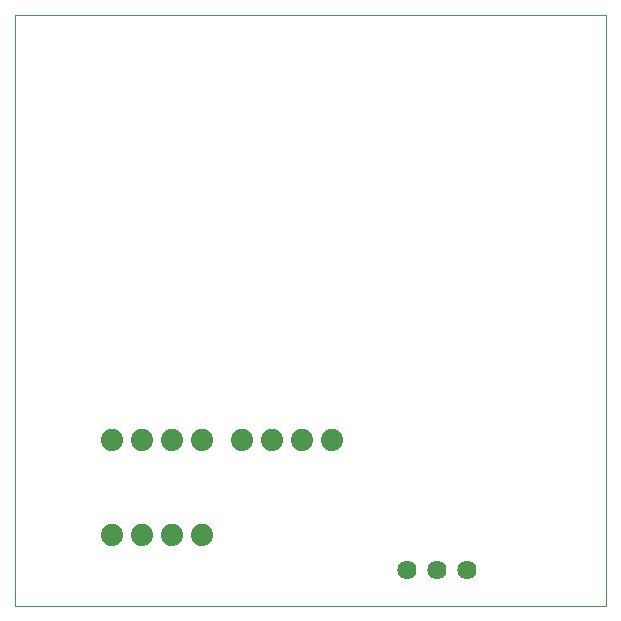
<source format=gbs>
G75*
%MOIN*%
%OFA0B0*%
%FSLAX25Y25*%
%IPPOS*%
%LPD*%
%AMOC8*
5,1,8,0,0,1.08239X$1,22.5*
%
%ADD10C,0.00394*%
%ADD11C,0.06400*%
%ADD12C,0.07400*%
D10*
X0001197Y0002977D02*
X0198047Y0002977D01*
X0198047Y0199827D01*
X0001197Y0199827D01*
X0001197Y0002977D01*
D11*
X0131866Y0014867D03*
X0141866Y0014867D03*
X0151866Y0014867D03*
D12*
X0106748Y0058095D03*
X0096748Y0058095D03*
X0086748Y0058095D03*
X0076748Y0058095D03*
X0063441Y0058095D03*
X0053441Y0058095D03*
X0043441Y0058095D03*
X0033441Y0058095D03*
X0033441Y0026599D03*
X0043441Y0026599D03*
X0053441Y0026599D03*
X0063441Y0026599D03*
M02*

</source>
